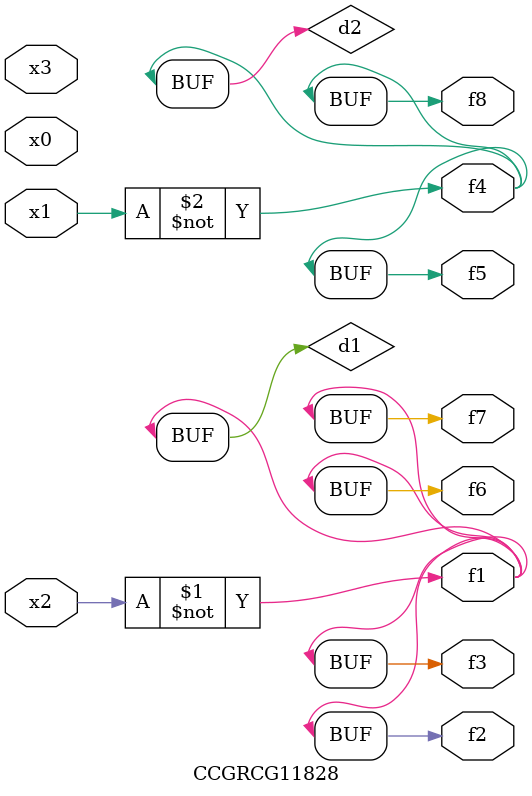
<source format=v>
module CCGRCG11828(
	input x0, x1, x2, x3,
	output f1, f2, f3, f4, f5, f6, f7, f8
);

	wire d1, d2;

	xnor (d1, x2);
	not (d2, x1);
	assign f1 = d1;
	assign f2 = d1;
	assign f3 = d1;
	assign f4 = d2;
	assign f5 = d2;
	assign f6 = d1;
	assign f7 = d1;
	assign f8 = d2;
endmodule

</source>
